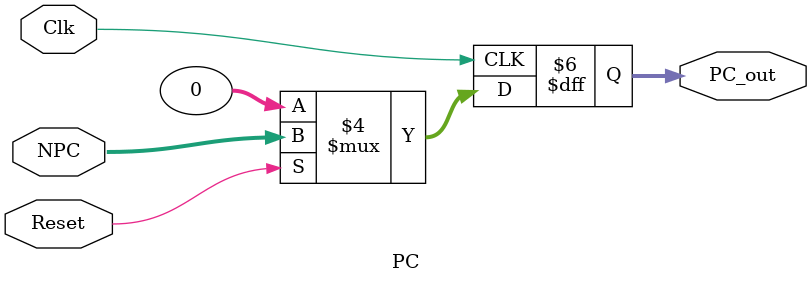
<source format=v>
module PC(Clk,Reset,NPC,PC_out);

input Clk;
input Reset;
input [31:0] NPC;									//输入的地址

output reg [31:0] PC_out;							//计算得到的地址

//初始值
initial begin
	PC_out=32'd0;
end

//当时钟信号变化后写入PC
always@(posedge Clk) begin
	if(Reset) begin
			PC_out<=NPC;
		end
	else begin
			PC_out<=32'd0;
		end								
end
endmodule


</source>
